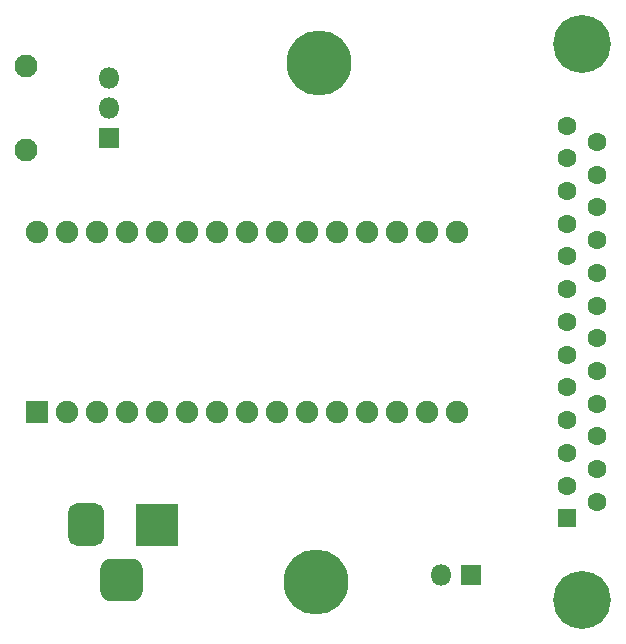
<source format=gbr>
%TF.GenerationSoftware,KiCad,Pcbnew,(5.1.6)-1*%
%TF.CreationDate,2023-12-08T07:15:54-05:00*%
%TF.ProjectId,plipbox-wiretap,706c6970-626f-4782-9d77-697265746170,rev?*%
%TF.SameCoordinates,Original*%
%TF.FileFunction,Soldermask,Bot*%
%TF.FilePolarity,Negative*%
%FSLAX46Y46*%
G04 Gerber Fmt 4.6, Leading zero omitted, Abs format (unit mm)*
G04 Created by KiCad (PCBNEW (5.1.6)-1) date 2023-12-08 07:15:54*
%MOMM*%
%LPD*%
G01*
G04 APERTURE LIST*
%ADD10C,5.500000*%
%ADD11C,0.900000*%
%ADD12R,1.600000X1.600000*%
%ADD13C,1.600000*%
%ADD14C,4.900000*%
%ADD15R,1.800000X1.800000*%
%ADD16O,1.800000X1.800000*%
%ADD17R,3.600000X3.600000*%
%ADD18C,1.900000*%
%ADD19R,1.900000X1.900000*%
%ADD20C,1.950000*%
G04 APERTURE END LIST*
D10*
%TO.C,REF\u002A\u002A*%
X176022000Y-101092000D03*
D11*
X178047000Y-101092000D03*
X177453891Y-102523891D03*
X176022000Y-103117000D03*
X174590109Y-102523891D03*
X173997000Y-101092000D03*
X174590109Y-99660109D03*
X176022000Y-99067000D03*
X177453891Y-99660109D03*
%TD*%
%TO.C,REF\u002A\u002A*%
X177707891Y-55718109D03*
X176276000Y-55125000D03*
X174844109Y-55718109D03*
X174251000Y-57150000D03*
X174844109Y-58581891D03*
X176276000Y-59175000D03*
X177707891Y-58581891D03*
X178301000Y-57150000D03*
D10*
X176276000Y-57150000D03*
%TD*%
D12*
%TO.C,J0*%
X197281800Y-95681800D03*
D13*
X197281800Y-92911800D03*
X197281800Y-90141800D03*
X197281800Y-87371800D03*
X197281800Y-84601800D03*
X197281800Y-81831800D03*
X197281800Y-79061800D03*
X197281800Y-76291800D03*
X197281800Y-73521800D03*
X197281800Y-70751800D03*
X197281800Y-67981800D03*
X197281800Y-65211800D03*
X197281800Y-62441800D03*
X199821800Y-94296800D03*
X199821800Y-91526800D03*
X199821800Y-88756800D03*
X199821800Y-85986800D03*
X199821800Y-83216800D03*
X199821800Y-80446800D03*
X199821800Y-77676800D03*
X199821800Y-74906800D03*
X199821800Y-72136800D03*
X199821800Y-69366800D03*
X199821800Y-66596800D03*
X199821800Y-63826800D03*
D14*
X198551800Y-102581800D03*
X198551800Y-55541800D03*
%TD*%
D15*
%TO.C,J1*%
X158496000Y-63500000D03*
D16*
X158496000Y-60960000D03*
X158496000Y-58420000D03*
%TD*%
D17*
%TO.C,J3*%
X162560000Y-96215200D03*
G36*
G01*
X155010000Y-97240200D02*
X155010000Y-95190200D01*
G75*
G02*
X155785000Y-94415200I775000J0D01*
G01*
X157335000Y-94415200D01*
G75*
G02*
X158110000Y-95190200I0J-775000D01*
G01*
X158110000Y-97240200D01*
G75*
G02*
X157335000Y-98015200I-775000J0D01*
G01*
X155785000Y-98015200D01*
G75*
G02*
X155010000Y-97240200I0J775000D01*
G01*
G37*
G36*
G01*
X157760000Y-101815200D02*
X157760000Y-100015200D01*
G75*
G02*
X158660000Y-99115200I900000J0D01*
G01*
X160460000Y-99115200D01*
G75*
G02*
X161360000Y-100015200I0J-900000D01*
G01*
X161360000Y-101815200D01*
G75*
G02*
X160460000Y-102715200I-900000J0D01*
G01*
X158660000Y-102715200D01*
G75*
G02*
X157760000Y-101815200I0J900000D01*
G01*
G37*
%TD*%
D18*
%TO.C,TB1*%
X152374600Y-71424800D03*
X154914600Y-71424800D03*
X157454600Y-71424800D03*
X159994600Y-71424800D03*
X162534600Y-71424800D03*
X165074600Y-71424800D03*
X167614600Y-71424800D03*
X170154600Y-71424800D03*
X172694600Y-71424800D03*
X175234600Y-71424800D03*
X177774600Y-71424800D03*
X180314600Y-71424800D03*
X182854600Y-71424800D03*
X185394600Y-71424800D03*
X187934600Y-71424800D03*
X187934600Y-86664800D03*
X185394600Y-86664800D03*
X182854600Y-86664800D03*
X180314600Y-86664800D03*
X177774600Y-86664800D03*
X175234600Y-86664800D03*
X172694600Y-86664800D03*
X170154600Y-86664800D03*
X167614600Y-86664800D03*
X165074600Y-86664800D03*
X162534600Y-86664800D03*
X159994600Y-86664800D03*
X157454600Y-86664800D03*
X154914600Y-86664800D03*
D19*
X152374600Y-86664800D03*
%TD*%
D20*
%TO.C,J2*%
X151511000Y-57385000D03*
X151511000Y-64535000D03*
%TD*%
D15*
%TO.C,J4*%
X189153800Y-100467160D03*
D16*
X186613800Y-100467160D03*
%TD*%
M02*

</source>
